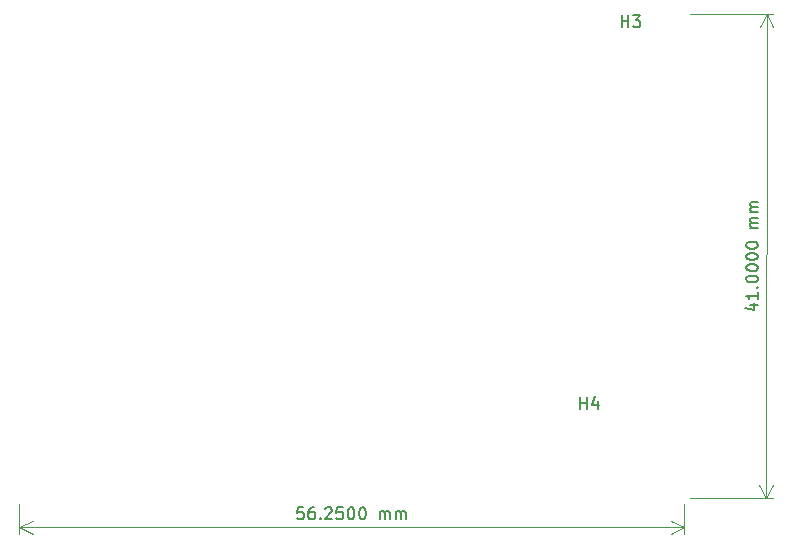
<source format=gbr>
G04 #@! TF.GenerationSoftware,KiCad,Pcbnew,(6.0.2)*
G04 #@! TF.CreationDate,2022-11-03T13:32:56+00:00*
G04 #@! TF.ProjectId,mosfet_circuit,6d6f7366-6574-45f6-9369-72637569742e,rev?*
G04 #@! TF.SameCoordinates,Original*
G04 #@! TF.FileFunction,Other,ECO2*
%FSLAX46Y46*%
G04 Gerber Fmt 4.6, Leading zero omitted, Abs format (unit mm)*
G04 Created by KiCad (PCBNEW (6.0.2)) date 2022-11-03 13:32:56*
%MOMM*%
%LPD*%
G01*
G04 APERTURE LIST*
%ADD10C,0.150000*%
%ADD11C,0.100000*%
G04 APERTURE END LIST*
D10*
X220599637Y-89651012D02*
X221266303Y-89651987D01*
X220218337Y-89888549D02*
X220932273Y-90127689D01*
X220933179Y-89508642D01*
X221267836Y-88604369D02*
X221267000Y-89175797D01*
X221267418Y-88890083D02*
X220267419Y-88888620D01*
X220410137Y-88984067D01*
X220505236Y-89079444D01*
X220552715Y-89174752D01*
X221173226Y-88175659D02*
X221220914Y-88128110D01*
X221268464Y-88175798D01*
X221220775Y-88223348D01*
X221173226Y-88175659D01*
X221268464Y-88175798D01*
X220269440Y-87507669D02*
X220269580Y-87412431D01*
X220317338Y-87317263D01*
X220365027Y-87269713D01*
X220460334Y-87222234D01*
X220650880Y-87174893D01*
X220888975Y-87175242D01*
X221079381Y-87223140D01*
X221174550Y-87270898D01*
X221222099Y-87318587D01*
X221269579Y-87413894D01*
X221269439Y-87509132D01*
X221221681Y-87604301D01*
X221173992Y-87651850D01*
X221078684Y-87699330D01*
X220888139Y-87746670D01*
X220650044Y-87746321D01*
X220459637Y-87698424D01*
X220364469Y-87650665D01*
X220316920Y-87602977D01*
X220269440Y-87507669D01*
X220270834Y-86555289D02*
X220270973Y-86460051D01*
X220318732Y-86364883D01*
X220366420Y-86317333D01*
X220461728Y-86269854D01*
X220652274Y-86222514D01*
X220890369Y-86222862D01*
X221080775Y-86270760D01*
X221175943Y-86318518D01*
X221223493Y-86366207D01*
X221270972Y-86461514D01*
X221270833Y-86556752D01*
X221223074Y-86651921D01*
X221175386Y-86699470D01*
X221080078Y-86746950D01*
X220889532Y-86794290D01*
X220651437Y-86793942D01*
X220461031Y-86746044D01*
X220365863Y-86698285D01*
X220318314Y-86650597D01*
X220270834Y-86555289D01*
X220272228Y-85602909D02*
X220272367Y-85507671D01*
X220320125Y-85412503D01*
X220367814Y-85364953D01*
X220463122Y-85317474D01*
X220653667Y-85270134D01*
X220891762Y-85270482D01*
X221082169Y-85318380D01*
X221177337Y-85366138D01*
X221224886Y-85413827D01*
X221272366Y-85509135D01*
X221272227Y-85604373D01*
X221224468Y-85699541D01*
X221176780Y-85747090D01*
X221081472Y-85794570D01*
X220890926Y-85841910D01*
X220652831Y-85841562D01*
X220462425Y-85793664D01*
X220367257Y-85745905D01*
X220319707Y-85698217D01*
X220272228Y-85602909D01*
X220273621Y-84650529D02*
X220273761Y-84555291D01*
X220321519Y-84460123D01*
X220369208Y-84412574D01*
X220464515Y-84365094D01*
X220655061Y-84317754D01*
X220893156Y-84318102D01*
X221083562Y-84366000D01*
X221178731Y-84413758D01*
X221226280Y-84461447D01*
X221273760Y-84556755D01*
X221273620Y-84651993D01*
X221225862Y-84747161D01*
X221178173Y-84794710D01*
X221082866Y-84842190D01*
X220892320Y-84889530D01*
X220654225Y-84889182D01*
X220463819Y-84841284D01*
X220368650Y-84793526D01*
X220321101Y-84745837D01*
X220273621Y-84650529D01*
X221275850Y-83128185D02*
X220609184Y-83127209D01*
X220704422Y-83127348D02*
X220656873Y-83079660D01*
X220609393Y-82984352D01*
X220609602Y-82841495D01*
X220657361Y-82746327D01*
X220752668Y-82698847D01*
X221276477Y-82699614D01*
X220752668Y-82698847D02*
X220657500Y-82651089D01*
X220610021Y-82555781D01*
X220610230Y-82412924D01*
X220657988Y-82317756D01*
X220753296Y-82270276D01*
X221277105Y-82271043D01*
X221277802Y-81794853D02*
X220611136Y-81793877D01*
X220706374Y-81794017D02*
X220658824Y-81746328D01*
X220611345Y-81651020D01*
X220611554Y-81508163D01*
X220659312Y-81412995D01*
X220754620Y-81365515D01*
X221278429Y-81366282D01*
X220754620Y-81365515D02*
X220659451Y-81317757D01*
X220611972Y-81222449D01*
X220612181Y-81079592D01*
X220659939Y-80984424D01*
X220755247Y-80936944D01*
X221279056Y-80937711D01*
D11*
X215499999Y-106000732D02*
X222526403Y-106011015D01*
X215559999Y-65000732D02*
X222586403Y-65011015D01*
X221939985Y-106010156D02*
X221999985Y-65010156D01*
X221939985Y-106010156D02*
X221999985Y-65010156D01*
X221939985Y-106010156D02*
X222528054Y-104884512D01*
X221939985Y-106010156D02*
X221355213Y-104882795D01*
X221999985Y-65010156D02*
X221411916Y-66135800D01*
X221999985Y-65010156D02*
X222584757Y-66137517D01*
D10*
X182779761Y-106802380D02*
X182303571Y-106802380D01*
X182255952Y-107278571D01*
X182303571Y-107230952D01*
X182398809Y-107183333D01*
X182636904Y-107183333D01*
X182732142Y-107230952D01*
X182779761Y-107278571D01*
X182827380Y-107373809D01*
X182827380Y-107611904D01*
X182779761Y-107707142D01*
X182732142Y-107754761D01*
X182636904Y-107802380D01*
X182398809Y-107802380D01*
X182303571Y-107754761D01*
X182255952Y-107707142D01*
X183684523Y-106802380D02*
X183494047Y-106802380D01*
X183398809Y-106850000D01*
X183351190Y-106897619D01*
X183255952Y-107040476D01*
X183208333Y-107230952D01*
X183208333Y-107611904D01*
X183255952Y-107707142D01*
X183303571Y-107754761D01*
X183398809Y-107802380D01*
X183589285Y-107802380D01*
X183684523Y-107754761D01*
X183732142Y-107707142D01*
X183779761Y-107611904D01*
X183779761Y-107373809D01*
X183732142Y-107278571D01*
X183684523Y-107230952D01*
X183589285Y-107183333D01*
X183398809Y-107183333D01*
X183303571Y-107230952D01*
X183255952Y-107278571D01*
X183208333Y-107373809D01*
X184208333Y-107707142D02*
X184255952Y-107754761D01*
X184208333Y-107802380D01*
X184160714Y-107754761D01*
X184208333Y-107707142D01*
X184208333Y-107802380D01*
X184636904Y-106897619D02*
X184684523Y-106850000D01*
X184779761Y-106802380D01*
X185017857Y-106802380D01*
X185113095Y-106850000D01*
X185160714Y-106897619D01*
X185208333Y-106992857D01*
X185208333Y-107088095D01*
X185160714Y-107230952D01*
X184589285Y-107802380D01*
X185208333Y-107802380D01*
X186113095Y-106802380D02*
X185636904Y-106802380D01*
X185589285Y-107278571D01*
X185636904Y-107230952D01*
X185732142Y-107183333D01*
X185970238Y-107183333D01*
X186065476Y-107230952D01*
X186113095Y-107278571D01*
X186160714Y-107373809D01*
X186160714Y-107611904D01*
X186113095Y-107707142D01*
X186065476Y-107754761D01*
X185970238Y-107802380D01*
X185732142Y-107802380D01*
X185636904Y-107754761D01*
X185589285Y-107707142D01*
X186779761Y-106802380D02*
X186875000Y-106802380D01*
X186970238Y-106850000D01*
X187017857Y-106897619D01*
X187065476Y-106992857D01*
X187113095Y-107183333D01*
X187113095Y-107421428D01*
X187065476Y-107611904D01*
X187017857Y-107707142D01*
X186970238Y-107754761D01*
X186875000Y-107802380D01*
X186779761Y-107802380D01*
X186684523Y-107754761D01*
X186636904Y-107707142D01*
X186589285Y-107611904D01*
X186541666Y-107421428D01*
X186541666Y-107183333D01*
X186589285Y-106992857D01*
X186636904Y-106897619D01*
X186684523Y-106850000D01*
X186779761Y-106802380D01*
X187732142Y-106802380D02*
X187827380Y-106802380D01*
X187922619Y-106850000D01*
X187970238Y-106897619D01*
X188017857Y-106992857D01*
X188065476Y-107183333D01*
X188065476Y-107421428D01*
X188017857Y-107611904D01*
X187970238Y-107707142D01*
X187922619Y-107754761D01*
X187827380Y-107802380D01*
X187732142Y-107802380D01*
X187636904Y-107754761D01*
X187589285Y-107707142D01*
X187541666Y-107611904D01*
X187494047Y-107421428D01*
X187494047Y-107183333D01*
X187541666Y-106992857D01*
X187589285Y-106897619D01*
X187636904Y-106850000D01*
X187732142Y-106802380D01*
X189255952Y-107802380D02*
X189255952Y-107135714D01*
X189255952Y-107230952D02*
X189303571Y-107183333D01*
X189398809Y-107135714D01*
X189541666Y-107135714D01*
X189636904Y-107183333D01*
X189684523Y-107278571D01*
X189684523Y-107802380D01*
X189684523Y-107278571D02*
X189732142Y-107183333D01*
X189827380Y-107135714D01*
X189970238Y-107135714D01*
X190065476Y-107183333D01*
X190113095Y-107278571D01*
X190113095Y-107802380D01*
X190589285Y-107802380D02*
X190589285Y-107135714D01*
X190589285Y-107230952D02*
X190636904Y-107183333D01*
X190732142Y-107135714D01*
X190875000Y-107135714D01*
X190970238Y-107183333D01*
X191017857Y-107278571D01*
X191017857Y-107802380D01*
X191017857Y-107278571D02*
X191065476Y-107183333D01*
X191160714Y-107135714D01*
X191303571Y-107135714D01*
X191398809Y-107183333D01*
X191446428Y-107278571D01*
X191446428Y-107802380D01*
D11*
X158750000Y-106500000D02*
X158750000Y-109086420D01*
X215000000Y-106500000D02*
X215000000Y-109086420D01*
X158750000Y-108500000D02*
X215000000Y-108500000D01*
X158750000Y-108500000D02*
X215000000Y-108500000D01*
X158750000Y-108500000D02*
X159876504Y-109086421D01*
X158750000Y-108500000D02*
X159876504Y-107913579D01*
X215000000Y-108500000D02*
X213873496Y-107913579D01*
X215000000Y-108500000D02*
X213873496Y-109086421D01*
D10*
X206238095Y-98452380D02*
X206238095Y-97452380D01*
X206238095Y-97928571D02*
X206809523Y-97928571D01*
X206809523Y-98452380D02*
X206809523Y-97452380D01*
X207714285Y-97785714D02*
X207714285Y-98452380D01*
X207476190Y-97404761D02*
X207238095Y-98119047D01*
X207857142Y-98119047D01*
X209738095Y-66152380D02*
X209738095Y-65152380D01*
X209738095Y-65628571D02*
X210309523Y-65628571D01*
X210309523Y-66152380D02*
X210309523Y-65152380D01*
X210690476Y-65152380D02*
X211309523Y-65152380D01*
X210976190Y-65533333D01*
X211119047Y-65533333D01*
X211214285Y-65580952D01*
X211261904Y-65628571D01*
X211309523Y-65723809D01*
X211309523Y-65961904D01*
X211261904Y-66057142D01*
X211214285Y-66104761D01*
X211119047Y-66152380D01*
X210833333Y-66152380D01*
X210738095Y-66104761D01*
X210690476Y-66057142D01*
M02*

</source>
